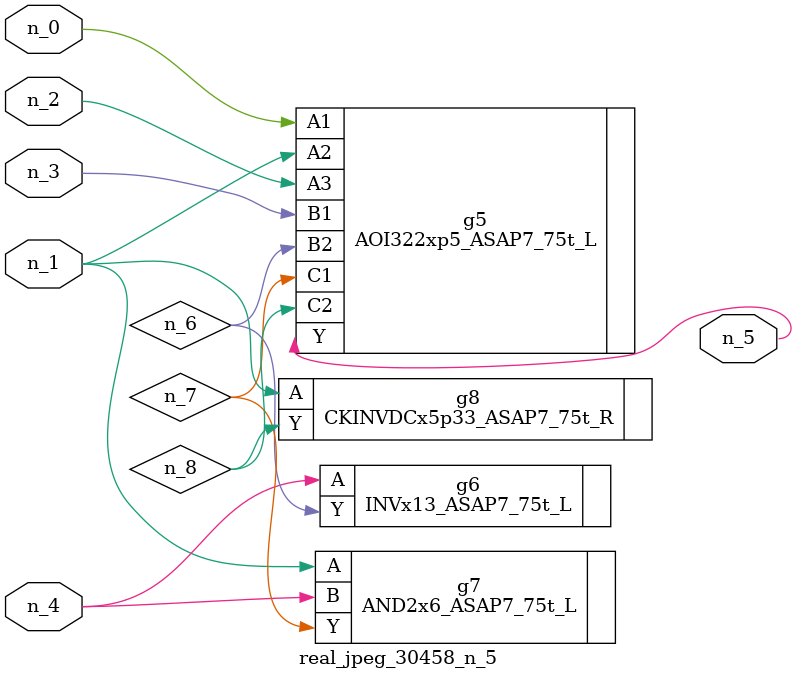
<source format=v>
module real_jpeg_30458_n_5 (n_4, n_0, n_1, n_2, n_3, n_5);

input n_4;
input n_0;
input n_1;
input n_2;
input n_3;

output n_5;

wire n_8;
wire n_6;
wire n_7;

AOI322xp5_ASAP7_75t_L g5 ( 
.A1(n_0),
.A2(n_1),
.A3(n_2),
.B1(n_3),
.B2(n_6),
.C1(n_7),
.C2(n_8),
.Y(n_5)
);

AND2x6_ASAP7_75t_L g7 ( 
.A(n_1),
.B(n_4),
.Y(n_7)
);

CKINVDCx5p33_ASAP7_75t_R g8 ( 
.A(n_1),
.Y(n_8)
);

INVx13_ASAP7_75t_L g6 ( 
.A(n_4),
.Y(n_6)
);


endmodule
</source>
